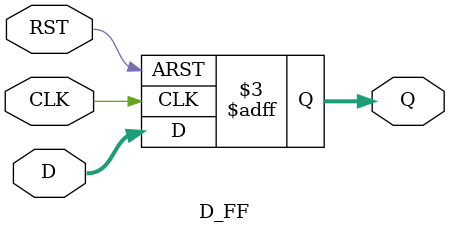
<source format=sv>
module D_FF #(parameter NUM_BITS = 2) (
  input logic CLK,
  input logic RST,
  input logic [(NUM_BITS-1):0] D,
  output logic [(NUM_BITS-1):0] Q = 0
);
  always_ff @(posedge CLK or posedge RST) begin
    if (RST) Q <= 0;
    else Q <= D;
  end
endmodule 
</source>
